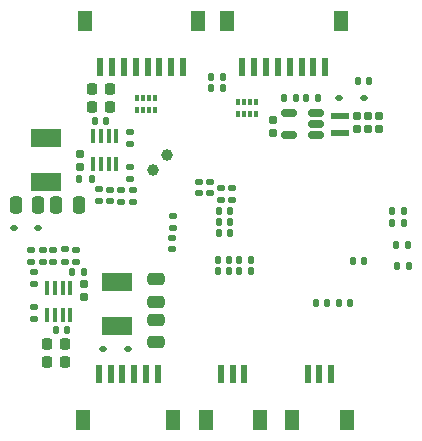
<source format=gbr>
%TF.GenerationSoftware,KiCad,Pcbnew,8.0.7*%
%TF.CreationDate,2025-02-13T13:50:40+08:00*%
%TF.ProjectId,NewSkyH7-Air,4e657753-6b79-4483-972d-4169722e6b69,rev?*%
%TF.SameCoordinates,Original*%
%TF.FileFunction,Paste,Bot*%
%TF.FilePolarity,Positive*%
%FSLAX46Y46*%
G04 Gerber Fmt 4.6, Leading zero omitted, Abs format (unit mm)*
G04 Created by KiCad (PCBNEW 8.0.7) date 2025-02-13 13:50:40*
%MOMM*%
%LPD*%
G01*
G04 APERTURE LIST*
G04 Aperture macros list*
%AMRoundRect*
0 Rectangle with rounded corners*
0 $1 Rounding radius*
0 $2 $3 $4 $5 $6 $7 $8 $9 X,Y pos of 4 corners*
0 Add a 4 corners polygon primitive as box body*
4,1,4,$2,$3,$4,$5,$6,$7,$8,$9,$2,$3,0*
0 Add four circle primitives for the rounded corners*
1,1,$1+$1,$2,$3*
1,1,$1+$1,$4,$5*
1,1,$1+$1,$6,$7*
1,1,$1+$1,$8,$9*
0 Add four rect primitives between the rounded corners*
20,1,$1+$1,$2,$3,$4,$5,0*
20,1,$1+$1,$4,$5,$6,$7,0*
20,1,$1+$1,$6,$7,$8,$9,0*
20,1,$1+$1,$8,$9,$2,$3,0*%
G04 Aperture macros list end*
%ADD10RoundRect,0.135000X0.185000X-0.135000X0.185000X0.135000X-0.185000X0.135000X-0.185000X-0.135000X0*%
%ADD11R,1.200000X1.800000*%
%ADD12R,0.600000X1.550000*%
%ADD13RoundRect,0.140000X-0.170000X0.140000X-0.170000X-0.140000X0.170000X-0.140000X0.170000X0.140000X0*%
%ADD14RoundRect,0.155000X-0.155000X0.212500X-0.155000X-0.212500X0.155000X-0.212500X0.155000X0.212500X0*%
%ADD15RoundRect,0.250000X-0.475000X0.250000X-0.475000X-0.250000X0.475000X-0.250000X0.475000X0.250000X0*%
%ADD16RoundRect,0.140000X0.140000X0.170000X-0.140000X0.170000X-0.140000X-0.170000X0.140000X-0.170000X0*%
%ADD17RoundRect,0.225000X-0.225000X-0.250000X0.225000X-0.250000X0.225000X0.250000X-0.225000X0.250000X0*%
%ADD18R,1.600000X0.550000*%
%ADD19RoundRect,0.225000X0.225000X0.250000X-0.225000X0.250000X-0.225000X-0.250000X0.225000X-0.250000X0*%
%ADD20R,0.320000X0.500000*%
%ADD21RoundRect,0.150000X0.512500X0.150000X-0.512500X0.150000X-0.512500X-0.150000X0.512500X-0.150000X0*%
%ADD22RoundRect,0.147500X0.147500X0.172500X-0.147500X0.172500X-0.147500X-0.172500X0.147500X-0.172500X0*%
%ADD23RoundRect,0.135000X-0.185000X0.135000X-0.185000X-0.135000X0.185000X-0.135000X0.185000X0.135000X0*%
%ADD24RoundRect,0.135000X0.135000X0.185000X-0.135000X0.185000X-0.135000X-0.185000X0.135000X-0.185000X0*%
%ADD25R,0.300000X1.300000*%
%ADD26RoundRect,0.112500X0.187500X0.112500X-0.187500X0.112500X-0.187500X-0.112500X0.187500X-0.112500X0*%
%ADD27C,1.000000*%
%ADD28RoundRect,0.135000X-0.135000X-0.185000X0.135000X-0.185000X0.135000X0.185000X-0.135000X0.185000X0*%
%ADD29RoundRect,0.112500X-0.187500X-0.112500X0.187500X-0.112500X0.187500X0.112500X-0.187500X0.112500X0*%
%ADD30R,2.500000X1.500000*%
%ADD31RoundRect,0.140000X0.170000X-0.140000X0.170000X0.140000X-0.170000X0.140000X-0.170000X-0.140000X0*%
%ADD32RoundRect,0.250000X0.250000X0.475000X-0.250000X0.475000X-0.250000X-0.475000X0.250000X-0.475000X0*%
%ADD33RoundRect,0.250000X-0.250000X-0.475000X0.250000X-0.475000X0.250000X0.475000X-0.250000X0.475000X0*%
%ADD34RoundRect,0.155000X0.155000X-0.212500X0.155000X0.212500X-0.155000X0.212500X-0.155000X-0.212500X0*%
%ADD35RoundRect,0.250000X0.475000X-0.250000X0.475000X0.250000X-0.475000X0.250000X-0.475000X-0.250000X0*%
%ADD36RoundRect,0.140000X-0.140000X-0.170000X0.140000X-0.170000X0.140000X0.170000X-0.140000X0.170000X0*%
G04 APERTURE END LIST*
D10*
%TO.C,R15*%
X129255000Y-85060000D03*
X129255000Y-84040000D03*
%TD*%
D11*
%TO.C,J2*%
X132850000Y-64691750D03*
X142450000Y-64691750D03*
D12*
X134150000Y-68566750D03*
X135150000Y-68566750D03*
X136150000Y-68566750D03*
X137150000Y-68566750D03*
X138150000Y-68566750D03*
X139150000Y-68566750D03*
X140150000Y-68566750D03*
X141150000Y-68566750D03*
%TD*%
D13*
%TO.C,C26*%
X135005000Y-78950000D03*
X135005000Y-79910000D03*
%TD*%
D14*
%TO.C,C30*%
X155910000Y-72707500D03*
X155910000Y-73842500D03*
%TD*%
D15*
%TO.C,C34*%
X138880000Y-86545000D03*
X138880000Y-88445000D03*
%TD*%
D16*
%TO.C,C43*%
X145150000Y-81640000D03*
X144190000Y-81640000D03*
%TD*%
D17*
%TO.C,C19*%
X129605000Y-92050000D03*
X131155000Y-92050000D03*
%TD*%
D18*
%TO.C,L1*%
X154400000Y-74130000D03*
X154400000Y-72680000D03*
%TD*%
D19*
%TO.C,C20*%
X134960000Y-70450000D03*
X133410000Y-70450000D03*
%TD*%
D20*
%TO.C,RN1*%
X138745000Y-72225000D03*
X138245000Y-72225000D03*
X137745000Y-72225000D03*
X137245000Y-72225000D03*
X137245000Y-71225000D03*
X137745000Y-71225000D03*
X138245000Y-71225000D03*
X138745000Y-71225000D03*
%TD*%
D21*
%TO.C,U2*%
X152437500Y-72442500D03*
X152437500Y-73392500D03*
X152437500Y-74342500D03*
X150162500Y-74342500D03*
X150162500Y-72442500D03*
%TD*%
D11*
%TO.C,J9*%
X140310000Y-98435000D03*
X132710000Y-98435000D03*
D12*
X139010000Y-94560000D03*
X138010000Y-94560000D03*
X137010000Y-94560000D03*
X136010000Y-94560000D03*
X135010000Y-94560000D03*
X134010000Y-94560000D03*
%TD*%
D22*
%TO.C,FB1*%
X146895000Y-85800000D03*
X145925000Y-85800000D03*
%TD*%
D20*
%TO.C,RN2*%
X147330000Y-72540000D03*
X146830000Y-72540000D03*
X146330000Y-72540000D03*
X145830000Y-72540000D03*
X145830000Y-71540000D03*
X146330000Y-71540000D03*
X146830000Y-71540000D03*
X147330000Y-71540000D03*
%TD*%
D23*
%TO.C,R1*%
X140260000Y-81165000D03*
X140260000Y-82185000D03*
%TD*%
D24*
%TO.C,R10*%
X150695000Y-71215000D03*
X149675000Y-71215000D03*
%TD*%
D10*
%TO.C,R5*%
X132075000Y-85035000D03*
X132075000Y-84015000D03*
%TD*%
D11*
%TO.C,J33*%
X147655000Y-98435000D03*
X143055000Y-98435000D03*
D12*
X146355000Y-94560000D03*
X145355000Y-94560000D03*
X144355000Y-94560000D03*
%TD*%
D10*
%TO.C,R6*%
X128535000Y-89890000D03*
X128535000Y-88870000D03*
%TD*%
D16*
%TO.C,C42*%
X153330000Y-88510000D03*
X152370000Y-88510000D03*
%TD*%
D10*
%TO.C,R11*%
X128515000Y-86965000D03*
X128515000Y-85945000D03*
%TD*%
D24*
%TO.C,R14*%
X133405000Y-78030000D03*
X132385000Y-78030000D03*
%TD*%
D16*
%TO.C,C37*%
X156500000Y-85000000D03*
X155540000Y-85000000D03*
%TD*%
D23*
%TO.C,R33*%
X145305000Y-78805000D03*
X145305000Y-79825000D03*
%TD*%
D25*
%TO.C,IC5*%
X135510000Y-76730000D03*
X134860000Y-76730000D03*
X134210000Y-76730000D03*
X133560000Y-76730000D03*
X133560000Y-74430000D03*
X134210000Y-74430000D03*
X134860000Y-74430000D03*
X135510000Y-74430000D03*
%TD*%
D17*
%TO.C,C18*%
X129605000Y-93510000D03*
X131155000Y-93510000D03*
%TD*%
D25*
%TO.C,IC4*%
X129655000Y-87235000D03*
X130305000Y-87235000D03*
X130955000Y-87235000D03*
X131605000Y-87235000D03*
X131605000Y-89535000D03*
X130955000Y-89535000D03*
X130305000Y-89535000D03*
X129655000Y-89535000D03*
%TD*%
D23*
%TO.C,R4*%
X131140000Y-84010000D03*
X131140000Y-85030000D03*
%TD*%
D13*
%TO.C,C44*%
X140240000Y-83040000D03*
X140240000Y-84000000D03*
%TD*%
D23*
%TO.C,R16*%
X135940000Y-78935000D03*
X135940000Y-79955000D03*
%TD*%
D26*
%TO.C,D2*%
X128910000Y-82190000D03*
X126810000Y-82190000D03*
%TD*%
D27*
%TO.C,TP1*%
X139780000Y-76040000D03*
%TD*%
D16*
%TO.C,C49*%
X159835000Y-81800000D03*
X158875000Y-81800000D03*
%TD*%
D14*
%TO.C,C36*%
X156830000Y-72697500D03*
X156830000Y-73832500D03*
%TD*%
D19*
%TO.C,C22*%
X134960000Y-71920000D03*
X133410000Y-71920000D03*
%TD*%
D24*
%TO.C,R32*%
X160232500Y-83620000D03*
X159212500Y-83620000D03*
%TD*%
D28*
%TO.C,R20*%
X143480000Y-70370000D03*
X144500000Y-70370000D03*
%TD*%
D29*
%TO.C,D1*%
X134372500Y-92455000D03*
X136472500Y-92455000D03*
%TD*%
D30*
%TO.C,L3*%
X129585000Y-74560000D03*
X129585000Y-78260000D03*
%TD*%
D16*
%TO.C,C9*%
X145150000Y-82580000D03*
X144190000Y-82580000D03*
%TD*%
D24*
%TO.C,R9*%
X152575000Y-71215000D03*
X151555000Y-71215000D03*
%TD*%
D14*
%TO.C,C27*%
X132730000Y-86897500D03*
X132730000Y-88032500D03*
%TD*%
D31*
%TO.C,C4*%
X142510000Y-79215000D03*
X142510000Y-78255000D03*
%TD*%
D23*
%TO.C,R13*%
X136635000Y-77030000D03*
X136635000Y-78050000D03*
%TD*%
D31*
%TO.C,C5*%
X143430000Y-79215000D03*
X143430000Y-78255000D03*
%TD*%
D23*
%TO.C,R3*%
X144365000Y-78785000D03*
X144365000Y-79805000D03*
%TD*%
D28*
%TO.C,R22*%
X158845000Y-80710000D03*
X159865000Y-80710000D03*
%TD*%
D16*
%TO.C,C10*%
X156930000Y-69780000D03*
X155970000Y-69780000D03*
%TD*%
D10*
%TO.C,R17*%
X128310000Y-85070000D03*
X128310000Y-84050000D03*
%TD*%
D23*
%TO.C,R18*%
X136880000Y-78935000D03*
X136880000Y-79955000D03*
%TD*%
D26*
%TO.C,D3*%
X156465000Y-71210000D03*
X154365000Y-71210000D03*
%TD*%
D30*
%TO.C,L2*%
X135550000Y-86770000D03*
X135550000Y-90470000D03*
%TD*%
D16*
%TO.C,C7*%
X145050000Y-84880000D03*
X144090000Y-84880000D03*
%TD*%
D28*
%TO.C,R12*%
X131745000Y-85920000D03*
X132765000Y-85920000D03*
%TD*%
D32*
%TO.C,C32*%
X132315000Y-80250000D03*
X130415000Y-80250000D03*
%TD*%
D14*
%TO.C,C33*%
X157752500Y-72695000D03*
X157752500Y-73830000D03*
%TD*%
D33*
%TO.C,C35*%
X127005000Y-80250000D03*
X128905000Y-80250000D03*
%TD*%
D16*
%TO.C,C8*%
X145050000Y-85800000D03*
X144090000Y-85800000D03*
%TD*%
D23*
%TO.C,R7*%
X136640000Y-74030000D03*
X136640000Y-75050000D03*
%TD*%
D16*
%TO.C,C6*%
X145150000Y-80720000D03*
X144190000Y-80720000D03*
%TD*%
D11*
%TO.C,J34*%
X155000000Y-98435000D03*
X150400000Y-98435000D03*
D12*
X153700000Y-94560000D03*
X152700000Y-94560000D03*
X151700000Y-94560000D03*
%TD*%
D34*
%TO.C,C24*%
X148767500Y-74170000D03*
X148767500Y-73035000D03*
%TD*%
D35*
%TO.C,C31*%
X138880000Y-91865000D03*
X138880000Y-89965000D03*
%TD*%
D16*
%TO.C,C23*%
X134665000Y-73110000D03*
X133705000Y-73110000D03*
%TD*%
D24*
%TO.C,R19*%
X144510000Y-69430000D03*
X143490000Y-69430000D03*
%TD*%
D34*
%TO.C,C28*%
X132435000Y-77037500D03*
X132435000Y-75902500D03*
%TD*%
D27*
%TO.C,TP2*%
X138630000Y-77280000D03*
%TD*%
D36*
%TO.C,C45*%
X145920000Y-84880000D03*
X146880000Y-84880000D03*
%TD*%
D11*
%TO.C,J28*%
X144885000Y-64691750D03*
X154485000Y-64691750D03*
D12*
X146185000Y-68566750D03*
X147185000Y-68566750D03*
X148185000Y-68566750D03*
X149185000Y-68566750D03*
X150185000Y-68566750D03*
X151185000Y-68566750D03*
X152185000Y-68566750D03*
X153185000Y-68566750D03*
%TD*%
D10*
%TO.C,R8*%
X134075000Y-79940000D03*
X134075000Y-78920000D03*
%TD*%
D31*
%TO.C,C25*%
X130180000Y-85050000D03*
X130180000Y-84090000D03*
%TD*%
D36*
%TO.C,C21*%
X130360000Y-90825000D03*
X131320000Y-90825000D03*
%TD*%
D24*
%TO.C,R21*%
X160245000Y-85405000D03*
X159225000Y-85405000D03*
%TD*%
D16*
%TO.C,C40*%
X155310000Y-88520000D03*
X154350000Y-88520000D03*
%TD*%
M02*

</source>
